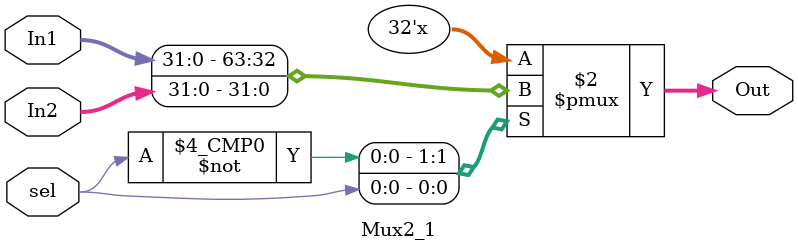
<source format=v>
`timescale 1ns / 1ps
module Mux2_1 (In1, In2, sel, Out);
    parameter n=32;
    input [n-1:0] In1;
    input [n-1:0] In2;
    input sel;
    output reg [n-1:0] Out;

    always @(*) begin
        case (sel)
            1'b0: Out = In1;
            1'b1: Out = In2; 
        endcase
    end
endmodule

</source>
